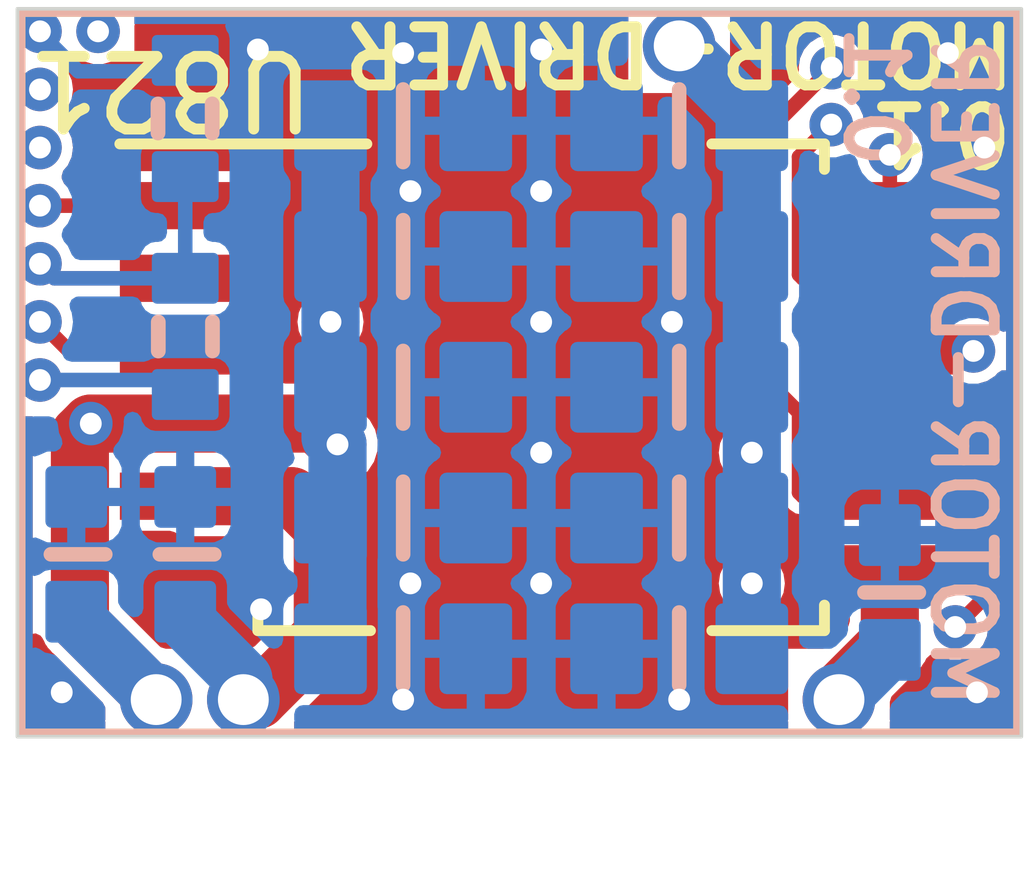
<source format=kicad_pcb>
(kicad_pcb (version 20221018) (generator pcbnew)
  (layers (0 "F.Cu" signal) (1 "In1.Cu" signal) (2 "In2.Cu" signal) (31 "B.Cu" signal) (34 "B.Paste" user) (35 "F.Paste" user) (36 "B.SilkS" user "B.Silkscreen") (37 "F.SilkS" user "F.Silkscreen") (38 "B.Mask" user) (39 "F.Mask" user) (44 "Edge.Cuts" user))
  (net 0 "")
  (net 1 "GND")
  (net 2 "+3V3")
  (net 3 "/OUT-")
  (net 4 "/OUT+")
  (net 5 "+12V")
  (net 6 "/DIS")
  (net 7 "/DIR")
  (net 8 "/PWM")
  (net 9 "/~CS")
  (net 10 "/SCLK")
  (net 11 "/MOSI")
  (net 12 "/MISO")
  (footprint "hellen-one-motor-driver-0.1:motor-driver" (layer "F.Cu") (at 84.4 78)
    (fp_text reference "M821" hide)
    (fp_text value "Module-motor-driver-0.1" hide)
    (fp_rect (start 13.75 -9.95) (end 0.05 -0.05) (stroke (width 0.1)) (fill none) (layer "B.SilkS"))
    (fp_rect (start 0.05 -9.95) (end 13.75 -0.05) (stroke (width 0.1)) (fill none) (layer "F.SilkS"))
    (pad "G" smd rect locked (at 0.1 -2.2 180) (size 0.2 4.4) (layers "F.Cu") (net 1 "GND"))
    (pad "G" smd rect locked (at 0.1 -2.2 180) (size 0.2 4.4) (layers "B.Cu") (net 1 "GND"))
    (pad "G" smd rect locked (at 0.6 -0.1 270) (size 0.2 1.2) (layers "F.Cu") (net 1 "GND"))
    (pad "G" smd rect locked (at 0.6 -0.1 270) (size 0.2 1.2) (layers "B.Cu") (net 1 "GND"))
    (pad "G" smd rect locked (at 5 -9.9 270) (size 0.2 6.8) (layers "F.Cu") (net 1 "GND"))
    (pad "G" smd rect locked (at 5 -9.9 270) (size 0.2 6.8) (layers "B.Cu") (net 1 "GND"))
    (pad "G" smd rect locked (at 7.2 -0.1 270) (size 0.2 6.8) (layers "F.Cu") (net 1 "GND"))
    (pad "G" smd rect locked (at 7.2 -0.1 270) (size 0.2 6.8) (layers "B.Cu") (net 1 "GND"))
    (pad "G" smd rect locked (at 11.8 -9.9 270) (size 0.2 4) (layers "F.Cu") (net 1 "GND"))
    (pad "G" smd rect locked (at 11.8 -9.9 270) (size 0.2 4) (layers "B.Cu") (net 1 "GND"))
    (pad "G" smd rect locked (at 12.9 -0.1 270) (size 0.2 1.8) (layers "F.Cu") (net 1 "GND"))
    (pad "G" smd rect locked (at 12.9 -0.1 270) (size 0.2 1.8) (layers "B.Cu") (net 1 "GND"))
    (pad "G" smd rect locked (at 13.7 -5 180) (size 0.2 10) (layers "F.Cu") (net 1 "GND"))
    (pad "G" smd rect locked (at 13.7 -5 180) (size 0.2 10) (layers "B.Cu") (net 1 "GND"))
    (pad "N1" thru_hole circle locked (at 1.1 -9.7 90) (size 0.6 0.6) (drill 0.3) (layers "*.Cu") (net 11 "/MOSI"))
    (pad "N2" thru_hole circle locked (at 9.1 -9.5 180) (size 1 1) (drill 0.7) (layers "*.Cu") (net 5 "+12V"))
    (pad "S1" thru_hole circle locked (at 1.9 -0.5 180) (size 1 1) (drill 0.7) (layers "*.Cu") (net 5 "+12V"))
    (pad "S2" thru_hole circle locked (at 3.1 -0.5 180) (size 1 1) (drill 0.7) (layers "*.Cu") (net 3 "/OUT-"))
    (pad "S3" thru_hole circle locked (at 11.3 -0.5 180) (size 1 1) (drill 0.7) (layers "*.Cu") (net 4 "/OUT+"))
    (pad "W1" thru_hole circle locked (at 0.3 -9.7 90) (size 0.6 0.6) (drill 0.3) (layers "*.Cu") (net 6 "/DIS"))
    (pad "W2" thru_hole circle locked (at 0.3 -8.9 90) (size 0.6 0.6) (drill 0.3) (layers "*.Cu") (net 8 "/PWM"))
    (pad "W3" thru_hole circle locked (at 0.3 -8.1 90) (size 0.6 0.6) (drill 0.3) (layers "*.Cu") (net 10 "/SCLK"))
    (pad "W4" thru_hole circle locked (at 0.3 -7.3 90) (size 0.6 0.6) (drill 0.3) (layers "*.Cu") (net 7 "/DIR"))
    (pad "W5" thru_hole circle locked (at 0.3 -6.5 90) (size 0.6 0.6) (drill 0.3) (layers "*.Cu") (net 2 "+3V3"))
    (pad "W6" thru_hole circle locked (at 0.3 -5.7 90) (size 0.6 0.6) (drill 0.3) (layers "*.Cu") (net 12 "/MISO"))
    (pad "W7" thru_hole circle locked (at 0.3 -4.9 90) (size 0.6 0.6) (drill 0.3) (layers "*.Cu") (net 9 "/~CS"))
  )
  (footprint "Package_SO:Infineon_PG-DSO-12-11" (layer "F.Cu") (at 91.600008 73.2)
    (fp_text reference "U821" (at -5.100008 -4.1 180 unlocked) (layer "F.SilkS"))
    (fp_text value "TLE9201SG")
    (fp_line (start -5.8 -3.35) (end -2.4 -3.35) (stroke (width 0.15)) (layer "F.SilkS"))
    (fp_line (start -3.9 3) (end -3.9 3.35) (stroke (width 0.15)) (layer "F.SilkS"))
    (fp_line (start -3.9 3.35) (end -2.35 3.35) (stroke (width 0.15)) (layer "F.SilkS"))
    (fp_line (start 3.9 -3.35) (end 2.35 -3.35) (stroke (width 0.15)) (layer "F.SilkS"))
    (fp_line (start 3.9 -3) (end 3.9 -3.35) (stroke (width 0.15)) (layer "F.SilkS"))
    (fp_line (start 3.9 3) (end 3.9 3.35) (stroke (width 0.15)) (layer "F.SilkS"))
    (fp_line (start 3.9 3.35) (end 2.35 3.35) (stroke (width 0.15)) (layer "F.SilkS"))
    (pad "1" smd rect (at -4.8 -2.5) (size 2 0.65) (layers "F.Cu" "F.Paste" "F.Mask") (net 7 "/DIR"))
    (pad "2" smd rect (at -4.8 -1.5) (size 2 0.65) (layers "F.Cu" "F.Paste" "F.Mask") (net 2 "+3V3"))
    (pad "3" smd rect (at -4.8 -0.5) (size 2 0.65) (layers "F.Cu" "F.Paste" "F.Mask") (net 12 "/MISO"))
    (pad "4" smd rect (at -4.8 0.5) (size 2 0.65) (layers "F.Cu" "F.Paste" "F.Mask") (net 5 "+12V"))
    (pad "5" smd rect (at -4.8 1.5) (size 2 0.65) (layers "F.Cu" "F.Paste" "F.Mask") (net 3 "/OUT-"))
    (pad "6" smd rect (at -4.8 2.5) (size 2 0.65) (layers "F.Cu" "F.Paste" "F.Mask") (net 1 "GND"))
    (pad "7" smd rect (at 4.8 2.5) (size 2 0.65) (layers "F.Cu" "F.Paste" "F.Mask") (net 4 "/OUT+"))
    (pad "8" smd rect (at 4.8 1.5) (size 2 0.65) (layers "F.Cu" "F.Paste" "F.Mask") (net 11 "/MOSI"))
    (pad "9" smd rect (at 4.8 0.5) (size 2 0.65) (layers "F.Cu" "F.Paste" "F.Mask") (net 9 "/~CS"))
    (pad "10" smd rect (at 4.8 -0.5) (size 2 0.65) (layers "F.Cu" "F.Paste" "F.Mask") (net 10 "/SCLK"))
    (pad "11" smd rect (at 4.8 -1.5) (size 2 0.65) (layers "F.Cu" "F.Paste" "F.Mask") (net 6 "/DIS"))
    (pad "12" smd rect (at 4.8 -2.5) (size 2 0.65) (layers "F.Cu" "F.Paste" "F.Mask") (net 8 "/PWM"))
    (pad "13" smd rect (at 0 0) (size 4.5 8.1) (layers "F.Cu" "F.Mask") (net 1 "GND"))
  )
  (footprint "hellen-one-common:R0603" (layer "B.Cu") (at 86.7 72.5 90)
    (fp_text reference "R821" hide)
    (fp_text value "10k" hide)
    (fp_line (start -0.201056 -0.37084) (end 0.198943 -0.370851) (stroke (width 0.2032)) (layer "B.SilkS"))
    (fp_line (start -0.2 0.374995) (end 0.2 0.374985) (stroke (width 0.2032)) (layer "B.SilkS"))
    (pad "1" smd roundrect (at -0.8 0 90) (size 0.7 0.92) (layers "B.Cu" "B.Paste" "B.Mask") (roundrect_rratio 0.1) (net 9 "/~CS"))
    (pad "2" smd roundrect (at 0.8 0 90) (size 0.7 0.92) (layers "B.Cu" "B.Paste" "B.Mask") (roundrect_rratio 0.1) (net 2 "+3V3"))
  )
  (footprint "hellen-one-common:R0603" (layer "B.Cu") (at 86.7 69.5 -90)
    (fp_text reference "R822" hide)
    (fp_text value "4.7k" hide)
    (fp_line (start -0.201056 -0.37084) (end 0.198943 -0.370851) (stroke (width 0.2032)) (layer "B.SilkS"))
    (fp_line (start -0.2 0.374995) (end 0.2 0.374985) (stroke (width 0.2032)) (layer "B.SilkS"))
    (pad "1" smd roundrect (at -0.8 0 270) (size 0.7 0.92) (layers "B.Cu" "B.Paste" "B.Mask") (roundrect_rratio 0.1) (net 6 "/DIS"))
    (pad "2" smd roundrect (at 0.8 0 270) (size 0.7 0.92) (layers "B.Cu" "B.Paste" "B.Mask") (roundrect_rratio 0.1) (net 2 "+3V3"))
  )
  (footprint "hellen-one-common:C0805" (layer "B.Cu") (at 89.700008 69.6 180)
    (fp_text reference "C825" hide)
    (fp_text value "10u" hide)
    (fp_line (start 0 0.5) (end 0 -0.5) (stroke (width 0.2)) (layer "B.SilkS"))
    (pad "1" smd roundrect (at -1 0 180) (size 1 1.25) (layers "B.Cu" "B.Paste" "B.Mask") (roundrect_rratio 0.1) (net 1 "GND"))
    (pad "2" smd roundrect (at 1 0 180) (size 1 1.25) (layers "B.Cu" "B.Paste" "B.Mask") (roundrect_rratio 0.1) (net 5 "+12V"))
  )
  (footprint "hellen-one-common:C0805" (layer "B.Cu") (at 93.500008 73.2)
    (fp_text reference "C828" hide)
    (fp_text value "10u" hide)
    (fp_line (start 0 0.5) (end 0 -0.5) (stroke (width 0.2)) (layer "B.SilkS"))
    (pad "1" smd roundrect (at -1 0) (size 1 1.25) (layers "B.Cu" "B.Paste" "B.Mask") (roundrect_rratio 0.1) (net 1 "GND"))
    (pad "2" smd roundrect (at 1 0) (size 1 1.25) (layers "B.Cu" "B.Paste" "B.Mask") (roundrect_rratio 0.1) (net 5 "+12V"))
  )
  (footprint "hellen-one-common:C0603" (layer "B.Cu") (at 85.2 75.5 -90)
    (fp_text reference "C831" hide)
    (fp_text value "100n" hide)
    (fp_line (start 0 0.349986) (end 0 -0.399999) (stroke (width 0.2)) (layer "B.SilkS"))
    (pad "1" smd roundrect (at -0.790001 0 270) (size 0.850001 0.850001) (layers "B.Cu" "B.Paste" "B.Mask") (roundrect_rratio 0.09999988235) (net 1 "GND"))
    (pad "2" smd roundrect (at 0.790001 0 270) (size 0.850001 0.850001) (layers "B.Cu" "B.Paste" "B.Mask") (roundrect_rratio 0.09999988235) (net 5 "+12V"))
  )
  (footprint "hellen-one-common:C0603" (layer "B.Cu") (at 96.400008 76.025 -90)
    (fp_text reference "C833" hide)
    (fp_text value "10n" hide)
    (fp_line (start 0 0.349986) (end 0 -0.399999) (stroke (width 0.2)) (layer "B.SilkS"))
    (pad "1" smd roundrect (at -0.790001 0 270) (size 0.850001 0.850001) (layers "B.Cu" "B.Paste" "B.Mask") (roundrect_rratio 0.09999988235) (net 1 "GND"))
    (pad "2" smd roundrect (at 0.790001 0 270) (size 0.850001 0.850001) (layers "B.Cu" "B.Paste" "B.Mask") (roundrect_rratio 0.09999988235) (net 4 "/OUT+"))
  )
  (footprint "hellen-one-common:C0805" (layer "B.Cu") (at 89.700008 71.4 180)
    (fp_text reference "C824" hide)
    (fp_text value "10u" hide)
    (fp_line (start 0 0.5) (end 0 -0.5) (stroke (width 0.2)) (layer "B.SilkS"))
    (pad "1" smd roundrect (at -1 0 180) (size 1 1.25) (layers "B.Cu" "B.Paste" "B.Mask") (roundrect_rratio 0.1) (net 1 "GND"))
    (pad "2" smd roundrect (at 1 0 180) (size 1 1.25) (layers "B.Cu" "B.Paste" "B.Mask") (roundrect_rratio 0.1) (net 5 "+12V"))
  )
  (footprint "hellen-one-common:C0805" (layer "B.Cu") (at 93.500008 71.4)
    (fp_text reference "C829" hide)
    (fp_text value "10u" hide)
    (fp_line (start 0 0.5) (end 0 -0.5) (stroke (width 0.2)) (layer "B.SilkS"))
    (pad "1" smd roundrect (at -1 0) (size 1 1.25) (layers "B.Cu" "B.Paste" "B.Mask") (roundrect_rratio 0.1) (net 1 "GND"))
    (pad "2" smd roundrect (at 1 0) (size 1 1.25) (layers "B.Cu" "B.Paste" "B.Mask") (roundrect_rratio 0.1) (net 5 "+12V"))
  )
  (footprint "hellen-one-common:C0805" (layer "B.Cu") (at 89.700008 75 180)
    (fp_text reference "C822" hide)
    (fp_text value "10u" hide)
    (fp_line (start 0 0.5) (end 0 -0.5) (stroke (width 0.2)) (layer "B.SilkS"))
    (pad "1" smd roundrect (at -1 0 180) (size 1 1.25) (layers "B.Cu" "B.Paste" "B.Mask") (roundrect_rratio 0.1) (net 1 "GND"))
    (pad "2" smd roundrect (at 1 0 180) (size 1 1.25) (layers "B.Cu" "B.Paste" "B.Mask") (roundrect_rratio 0.1) (net 5 "+12V"))
  )
  (footprint "hellen-one-common:C0805" (layer "B.Cu") (at 93.500008 76.8)
    (fp_text reference "C826" hide)
    (fp_text value "10u" hide)
    (fp_line (start 0 0.5) (end 0 -0.5) (stroke (width 0.2)) (layer "B.SilkS"))
    (pad "1" smd roundrect (at -1 0) (size 1 1.25) (layers "B.Cu" "B.Paste" "B.Mask") (roundrect_rratio 0.1) (net 1 "GND"))
    (pad "2" smd roundrect (at 1 0) (size 1 1.25) (layers "B.Cu" "B.Paste" "B.Mask") (roundrect_rratio 0.1) (net 5 "+12V"))
  )
  (footprint "hellen-one-common:C0603" (layer "B.Cu") (at 86.7 75.5 -90)
    (fp_text reference "C832" hide)
    (fp_text value "10n" hide)
    (fp_line (start 0 0.349986) (end 0 -0.399999) (stroke (width 0.2)) (layer "B.SilkS"))
    (pad "1" smd roundrect (at -0.790001 0 270) (size 0.850001 0.850001) (layers "B.Cu" "B.Paste" "B.Mask") (roundrect_rratio 0.09999988235) (net 1 "GND"))
    (pad "2" smd roundrect (at 0.790001 0 270) (size 0.850001 0.850001) (layers "B.Cu" "B.Paste" "B.Mask") (roundrect_rratio 0.09999988235) (net 3 "/OUT-"))
  )
  (footprint "hellen-one-common:C0805" (layer "B.Cu") (at 89.700008 76.8 180)
    (fp_text reference "C821" hide)
    (fp_text value "10u" hide)
    (fp_line (start 0 0.5) (end 0 -0.5) (stroke (width 0.2)) (layer "B.SilkS"))
    (pad "1" smd roundrect (at -1 0 180) (size 1 1.25) (layers "B.Cu" "B.Paste" "B.Mask") (roundrect_rratio 0.1) (net 1 "GND"))
    (pad "2" smd roundrect (at 1 0 180) (size 1 1.25) (layers "B.Cu" "B.Paste" "B.Mask") (roundrect_rratio 0.1) (net 5 "+12V"))
  )
  (footprint "hellen-one-common:C0805" (layer "B.Cu") (at 93.500008 75)
    (fp_text reference "C827" hide)
    (fp_text value "10u" hide)
    (fp_line (start 0 0.5) (end 0 -0.5) (stroke (width 0.2)) (layer "B.SilkS"))
    (pad "1" smd roundrect (at -1 0) (size 1 1.25) (layers "B.Cu" "B.Paste" "B.Mask") (roundrect_rratio 0.1) (net 1 "GND"))
    (pad "2" smd roundrect (at 1 0) (size 1 1.25) (layers "B.Cu" "B.Paste" "B.Mask") (roundrect_rratio 0.1) (net 5 "+12V"))
  )
  (footprint "hellen-one-common:C0805" (layer "B.Cu") (at 93.500008 69.6)
    (fp_text reference "C830" hide)
    (fp_text value "10u" hide)
    (fp_line (start 0 0.5) (end 0 -0.5) (stroke (width 0.2)) (layer "B.SilkS"))
    (pad "1" smd roundrect (at -1 0) (size 1 1.25) (layers "B.Cu" "B.Paste" "B.Mask") (roundrect_rratio 0.1) (net 1 "GND"))
    (pad "2" smd roundrect (at 1 0) (size 1 1.25) (layers "B.Cu" "B.Paste" "B.Mask") (roundrect_rratio 0.1) (net 5 "+12V"))
  )
  (footprint "hellen-one-common:C0805" (layer "B.Cu") (at 89.700008 73.2 180)
    (fp_text reference "C823" hide)
    (fp_text value "10u" hide)
    (fp_line (start 0 0.5) (end 0 -0.5) (stroke (width 0.2)) (layer "B.SilkS"))
    (pad "1" smd roundrect (at -1 0 180) (size 1 1.25) (layers "B.Cu" "B.Paste" "B.Mask") (roundrect_rratio 0.1) (net 1 "GND"))
    (pad "2" smd roundrect (at 1 0 180) (size 1 1.25) (layers "B.Cu" "B.Paste" "B.Mask") (roundrect_rratio 0.1) (net 5 "+12V"))
  )
  (gr_rect (start 84.39 67.99) (end 98.21 78.01) (stroke (width 0.05)) (fill none) (layer "Edge.Cuts"))
  (gr_text "0.1" (at 96.2 69.2 -90) (layer "B.SilkS") (effects (font (size 0.8 0.8) (thickness 0.15) bold) (justify mirror)))
  (gr_text "MOTOR-DRIVER" (at 97.4 73 -90) (layer "B.SilkS") (effects (font (size 0.8 0.8) (thickness 0.15) bold) (justify mirror)))
  (gr_text "MOTOR-DRIVER" (at 93.5 68.6 180) (layer "F.SilkS") (effects (font (size 0.8 0.8) (thickness 0.15) bold)))
  (gr_text "0.1" (at 97.1 69.7 180) (layer "F.SilkS") (effects (font (size 0.8 0.8) (thickness 0.15) bold)))
  (via (at 91.6 68.55) (size 0.6) (drill 0.3) (layers "F.Cu" "B.Cu") (net 1))
  (via (at 87.743535 76.256465) (size 0.6) (drill 0.3) (layers "F.Cu" "B.Cu") (net 1))
  (via (at 97.2 68.6) (size 0.6) (drill 0.3) (layers "F.Cu" "B.Cu") (net 1))
  (via (at 89.8 75.9) (size 0.6) (drill 0.3) (layers "F.Cu" "B.Cu") (net 1))
  (via (at 97.7 69.9) (size 0.6) (drill 0.3) (layers "F.Cu" "B.Cu") (net 1))
  (via (at 93.4 72.3) (size 0.6) (drill 0.3) (layers "F.Cu" "B.Cu") (net 1))
  (via (at 97.6 77.4) (size 0.6) (drill 0.3) (layers "F.Cu" "B.Cu") (net 1))
  (via (at 87.7 68.55) (size 0.6) (drill 0.3) (layers "F.Cu" "B.Cu") (net 1))
  (via (at 91.6 75.9) (size 0.6) (drill 0.3) (layers "F.Cu" "B.Cu") (net 1))
  (via (at 85.000002 77.4) (size 0.6) (drill 0.3) (layers "F.Cu" "B.Cu") (net 1))
  (via (at 89.7 77.5) (size 0.6) (drill 0.3) (layers "F.Cu" "B.Cu") (net 1))
  (via (at 89.7 68.6) (size 0.6) (drill 0.3) (layers "F.Cu" "B.Cu") (net 1))
  (via (at 91.6 74.1) (size 0.6) (drill 0.3) (layers "F.Cu" "B.Cu") (net 1))
  (via (at 91.6 70.5) (size 0.6) (drill 0.3) (layers "F.Cu" "B.Cu") (net 1))
  (via (at 91.6 72.3) (size 0.6) (drill 0.3) (layers "F.Cu" "B.Cu") (net 1))
  (via (at 93.5 77.5) (size 0.6) (drill 0.3) (layers "F.Cu" "B.Cu") (net 1))
  (via (at 89.8 70.5) (size 0.6) (drill 0.3) (layers "F.Cu" "B.Cu") (net 1))
  (segment (start 84.900008 71.7) (end 84.7 71.499992) (width 0.2) (layer "F.Cu") (net 2))
  (segment (start 86.800008 71.7) (end 84.900008 71.7) (width 0.2) (layer "F.Cu") (net 2))
  (segment (start 84.9 71.7) (end 84.7 71.5) (width 0.2) (layer "B.Cu") (net 2))
  (segment (start 86.7 70.3) (end 86.7 71.7) (width 0.2) (layer "B.Cu") (net 2))
  (segment (start 86.7 71.7) (end 84.9 71.7) (width 0.2) (layer "B.Cu") (net 2))
  (segment (start 88.166548 74.7) (end 88.593504 75.126956) (width 0.8) (layer "F.Cu") (net 3))
  (segment (start 87.702082 77.5) (end 87.5 77.5) (width 0.8) (layer "F.Cu") (net 3))
  (segment (start 86.800008 74.7) (end 88.166548 74.7) (width 0.8) (layer "F.Cu") (net 3))
  (segment (start 88.593504 76.608578) (end 87.702082 77.5) (width 0.8) (layer "F.Cu") (net 3))
  (segment (start 88.593504 75.126956) (end 88.593504 76.608578) (width 0.8) (layer "F.Cu") (net 3))
  (segment (start 86.7 76.415075) (end 87.5 77.215075) (width 0.8) (layer "B.Cu") (net 3))
  (segment (start 87.5 77.215075) (end 87.5 77.5) (width 0.8) (layer "B.Cu") (net 3))
  (segment (start 86.7 76.290001) (end 86.7 76.415075) (width 0.8) (layer "B.Cu") (net 3))
  (segment (start 96.400008 76.699992) (end 95.6 77.5) (width 0.8) (layer "F.Cu") (net 4))
  (segment (start 96.400008 75.7) (end 96.400008 76.699992) (width 0.8) (layer "F.Cu") (net 4))
  (segment (start 96.384999 76.815001) (end 95.7 77.5) (width 0.8) (layer "B.Cu") (net 4))
  (segment (start 96.400008 76.815001) (end 96.384999 76.815001) (width 0.8) (layer "B.Cu") (net 4))
  (segment (start 86.800008 73.7) (end 88.51005 73.7) (width 0.8) (layer "F.Cu") (net 5))
  (segment (start 85.250008 73.85) (end 85.250008 76.447924) (width 0.8) (layer "F.Cu") (net 5))
  (segment (start 85.400008 73.7) (end 85.250008 73.85) (width 0.8) (layer "F.Cu") (net 5))
  (segment (start 88.51005 73.7) (end 88.796524 73.986474) (width 0.8) (layer "F.Cu") (net 5))
  (segment (start 86.3 77.497916) (end 86.3 77.5) (width 0.8) (layer "F.Cu") (net 5))
  (segment (start 86.800008 73.7) (end 85.400008 73.7) (width 0.8) (layer "F.Cu") (net 5))
  (segment (start 85.250008 76.447924) (end 86.3 77.497916) (width 0.8) (layer "F.Cu") (net 5))
  (via (at 88.796524 73.986474) (size 0.6) (drill 0.3) (layers "F.Cu" "B.Cu") (net 5))
  (via (at 94.5 75.9) (size 0.6) (drill 0.3) (layers "F.Cu" "B.Cu") (net 5))
  (via (at 94.5 74.1) (size 0.6) (drill 0.3) (layers "F.Cu" "B.Cu") (net 5))
  (via (at 85.400008 73.7) (size 0.6) (drill 0.3) (layers "F.Cu" "B.Cu") (net 5))
  (via (at 88.700008 72.3) (size 0.6) (drill 0.3) (layers "F.Cu" "B.Cu") (net 5))
  (segment (start 94.500008 69.500008) (end 93.5 68.5) (width 0.8) (layer "B.Cu") (net 5))
  (segment (start 88.700008 73.889958) (end 88.796524 73.986474) (width 0.8) (layer "B.Cu") (net 5))
  (segment (start 86.3 77.497916) (end 86.3 77.5) (width 0.8) (layer "B.Cu") (net 5))
  (segment (start 85.2 76.290001) (end 85.2 76.397916) (width 0.8) (layer "B.Cu") (net 5))
  (segment (start 85.2 76.397916) (end 86.3 77.497916) (width 0.8) (layer "B.Cu") (net 5))
  (segment (start 88.700008 70.5) (end 88.700008 72.3) (width 0.8) (layer "B.Cu") (net 5))
  (segment (start 88.700008 69.6) (end 88.700008 70.5) (width 0.8) (layer "B.Cu") (net 5))
  (segment (start 94.500008 69.6) (end 94.500008 69.500008) (width 0.8) (layer "B.Cu") (net 5))
  (segment (start 94.500008 76.8) (end 94.500008 69.6) (width 0.8) (layer "B.Cu") (net 5))
  (segment (start 88.700008 72.3) (end 88.700008 73.889958) (width 0.8) (layer "B.Cu") (net 5))
  (segment (start 88.796524 73.986474) (end 88.796524 76.703484) (width 0.8) (layer "B.Cu") (net 5))
  (segment (start 88.796524 76.703484) (end 88.700008 76.8) (width 0.8) (layer "B.Cu") (net 5))
  (segment (start 96.400008 71.7) (end 95.200008 71.7) (width 0.2) (layer "F.Cu") (net 6))
  (segment (start 95.150008 71.65) (end 95.150008 70.027811) (width 0.2) (layer "F.Cu") (net 6))
  (segment (start 95.150008 70.027811) (end 95.593618 69.584201) (width 0.2) (layer "F.Cu") (net 6))
  (segment (start 95.200008 71.7) (end 95.150008 71.65) (width 0.2) (layer "F.Cu") (net 6))
  (via (at 95.593618 69.584201) (size 0.6) (drill 0.3) (layers "F.Cu" "B.Cu") (net 6))
  (segment (start 86.55 68.85) (end 86.7 68.7) (width 0.2) (layer "B.Cu") (net 6))
  (segment (start 85.227818 68.85) (end 86.55 68.85) (width 0.2) (layer "B.Cu") (net 6))
  (segment (start 84.7 68.3) (end 84.7 68.322182) (width 0.2) (layer "B.Cu") (net 6))
  (segment (start 84.7 68.322182) (end 85.227818 68.85) (width 0.2) (layer "B.Cu") (net 6))
  (segment (start 86.800008 70.7) (end 84.700008 70.7) (width 0.2) (layer "F.Cu") (net 7))
  (segment (start 96.400008 70.7) (end 96.400008 69.99999) (width 0.2) (layer "F.Cu") (net 8))
  (via (at 96.400008 69.99999) (size 0.6) (drill 0.3) (layers "F.Cu" "B.Cu") (net 8))
  (segment (start 97.600008 73.7) (end 97.650008 73.75) (width 0.2) (layer "F.Cu") (net 9))
  (segment (start 97.650008 76.15) (end 97.300008 76.5) (width 0.2) (layer "F.Cu") (net 9))
  (segment (start 97.650008 73.75) (end 97.650008 76.15) (width 0.2) (layer "F.Cu") (net 9))
  (segment (start 96.400008 73.7) (end 97.600008 73.7) (width 0.2) (layer "F.Cu") (net 9))
  (via (at 97.300008 76.5) (size 0.6) (drill 0.3) (layers "F.Cu" "B.Cu") (net 9))
  (segment (start 86.5 73.1) (end 86.7 73.3) (width 0.2) (layer "B.Cu") (net 9))
  (segment (start 84.7 73.1) (end 86.5 73.1) (width 0.2) (layer "B.Cu") (net 9))
  (segment (start 97.550498 72.7) (end 96.400008 72.7) (width 0.2) (layer "F.Cu") (net 10))
  (via (at 97.550498 72.7) (size 0.6) (drill 0.3) (layers "F.Cu" "B.Cu") (net 10))
  (segment (start 94.7 69.7) (end 95.6 68.8) (width 0.2) (layer "F.Cu") (net 11))
  (segment (start 96.400008 74.7) (end 95.200008 74.7) (width 0.2) (layer "F.Cu") (net 11))
  (segment (start 95.200008 74.7) (end 95.150008 74.65) (width 0.2) (layer "F.Cu") (net 11))
  (segment (start 95.150008 74.65) (end 95.150008 73.550008) (width 0.2) (layer "F.Cu") (net 11))
  (segment (start 95.150008 73.550008) (end 94.7 73.1) (width 0.2) (layer "F.Cu") (net 11))
  (segment (start 94.7 73.1) (end 94.7 69.7) (width 0.2) (layer "F.Cu") (net 11))
  (via (at 95.6 68.8) (size 0.6) (drill 0.3) (layers "F.Cu" "B.Cu") (net 11))
  (segment (start 85.100008 72.7) (end 86.800008 72.7) (width 0.2) (layer "F.Cu") (net 12))
  (segment (start 84.700008 72.3) (end 85.100008 72.7) (width 0.2) (layer "F.Cu") (net 12))
  (zone (net 0) (net_name "") (layers "F.Cu" "In1.Cu" "In2.Cu" "B.Cu") (connect_pads (clearance 0)) (min_thickness 0.25)
    (keepout (tracks allowed) (vias allowed) (pads allowed) (copperpour not_allowed) (footprints allowed))
    (fill (thermal_gap 0.5) (thermal_bridge_width 0.5))
    (polygon (pts (xy 92.8 68) (xy 94.2 68) (xy 94.2 69.2) (xy 92.8 69.2)))
  )
  (zone (net 0) (net_name "") (layers "F.Cu" "In1.Cu" "In2.Cu" "B.Cu") (connect_pads (clearance 0)) (min_thickness 0.25)
    (keepout (tracks allowed) (vias allowed) (pads allowed) (copperpour not_allowed) (footprints allowed))
    (fill (thermal_gap 0.5) (thermal_bridge_width 0.5))
    (polygon (pts (xy 96.4 78) (xy 95 78) (xy 95 76.8) (xy 96.4 76.8)))
  )
  (zone (net 0) (net_name "") (layers "F.Cu" "In1.Cu" "In2.Cu" "B.Cu") (connect_pads (clearance 0)) (min_thickness 0.25)
    (keepout (tracks allowed) (vias allowed) (pads allowed) (copperpour not_allowed) (footprints allowed))
    (fill (thermal_gap 0.5) (thermal_bridge_width 0.5))
    (polygon (pts (xy 84.4 68) (xy 86 68) (xy 86 68.6) (xy 84.4 68.6)))
  )
  (zone (net 0) (net_name "") (layers "F.Cu" "In1.Cu" "In2.Cu" "B.Cu") (connect_pads (clearance 0)) (min_thickness 0.25)
    (keepout (tracks allowed) (vias allowed) (pads allowed) (copperpour not_allowed) (footprints allowed))
    (fill (thermal_gap 0.5) (thermal_bridge_width 0.5))
    (polygon (pts (xy 84.4 73.6) (xy 84.4 68) (xy 85 68) (xy 85 73.6)))
  )
  (zone (net 0) (net_name "") (layers "F.Cu" "In1.Cu" "In2.Cu" "B.Cu") (connect_pads (clearance 0)) (min_thickness 0.25)
    (keepout (tracks allowed) (vias allowed) (pads allowed) (copperpour not_allowed) (footprints allowed))
    (fill (thermal_gap 0.5) (thermal_bridge_width 0.5))
    (polygon (pts (xy 88.2 78) (xy 85.6 78) (xy 85.6 76.8) (xy 88.2 76.8)))
  )
  (zone (net 1) (net_name "GND") (layers "F.Cu" "In1.Cu" "In2.Cu" "B.Cu") (connect_pads (clearance 0)) (min_thickness 0.25) (fill yes (thermal_gap 0.2) (thermal_bridge_width 0.25))
    (polygon (pts (xy 84.5 77.9) (xy 98.1 77.9) (xy 98.1 68.1) (xy 84.5 68.1)))
  )
)
</source>
